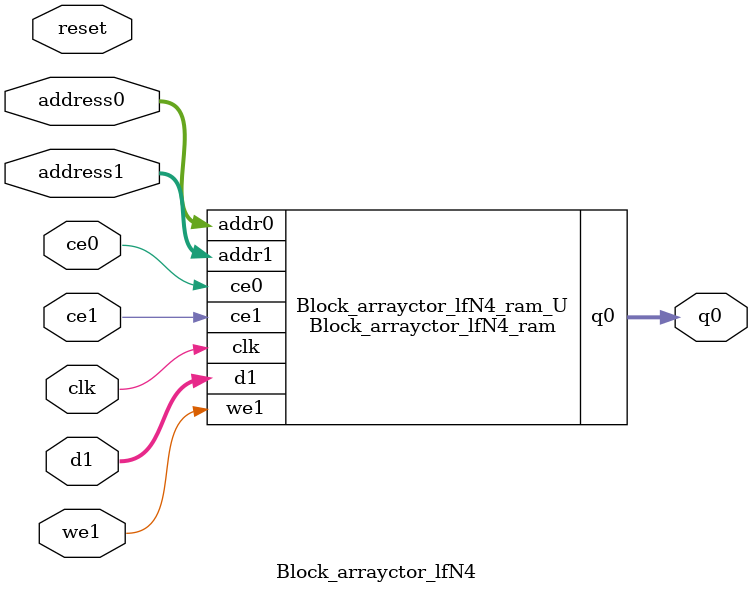
<source format=v>
`timescale 1 ns / 1 ps
module Block_arrayctor_lfN4_ram (addr0, ce0, q0, addr1, ce1, d1, we1,  clk);

parameter DWIDTH = 5;
parameter AWIDTH = 12;
parameter MEM_SIZE = 2592;

input[AWIDTH-1:0] addr0;
input ce0;
output reg[DWIDTH-1:0] q0;
input[AWIDTH-1:0] addr1;
input ce1;
input[DWIDTH-1:0] d1;
input we1;
input clk;

(* ram_style = "block" *)reg [DWIDTH-1:0] ram[0:MEM_SIZE-1];




always @(posedge clk)  
begin 
    if (ce0) begin
        q0 <= ram[addr0];
    end
end


always @(posedge clk)  
begin 
    if (ce1) begin
        if (we1) 
            ram[addr1] <= d1; 
    end
end


endmodule

`timescale 1 ns / 1 ps
module Block_arrayctor_lfN4(
    reset,
    clk,
    address0,
    ce0,
    q0,
    address1,
    ce1,
    we1,
    d1);

parameter DataWidth = 32'd5;
parameter AddressRange = 32'd2592;
parameter AddressWidth = 32'd12;
input reset;
input clk;
input[AddressWidth - 1:0] address0;
input ce0;
output[DataWidth - 1:0] q0;
input[AddressWidth - 1:0] address1;
input ce1;
input we1;
input[DataWidth - 1:0] d1;



Block_arrayctor_lfN4_ram Block_arrayctor_lfN4_ram_U(
    .clk( clk ),
    .addr0( address0 ),
    .ce0( ce0 ),
    .q0( q0 ),
    .addr1( address1 ),
    .ce1( ce1 ),
    .we1( we1 ),
    .d1( d1 ));

endmodule


</source>
